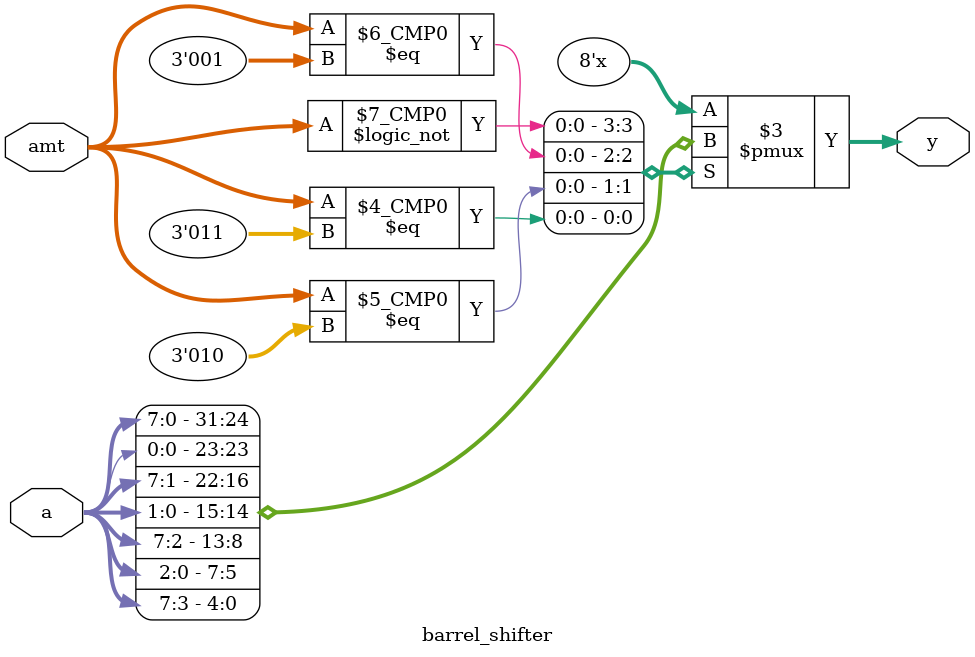
<source format=v>
module barrel_shifter (
    input wire [7:0] a,
    input wire [2:0] amt,
    output reg [7:0] y
);

always @(*) 
begin
    case (amt)
        3'd0: y = a;
        3'd1: y = {a[0], a[7:1]};
        3'd2: y = {a[1:0], a[7:2]};
        3'd3: y = {a[2:0], a[7:3]};

    endcase
end
    
endmodule
</source>
